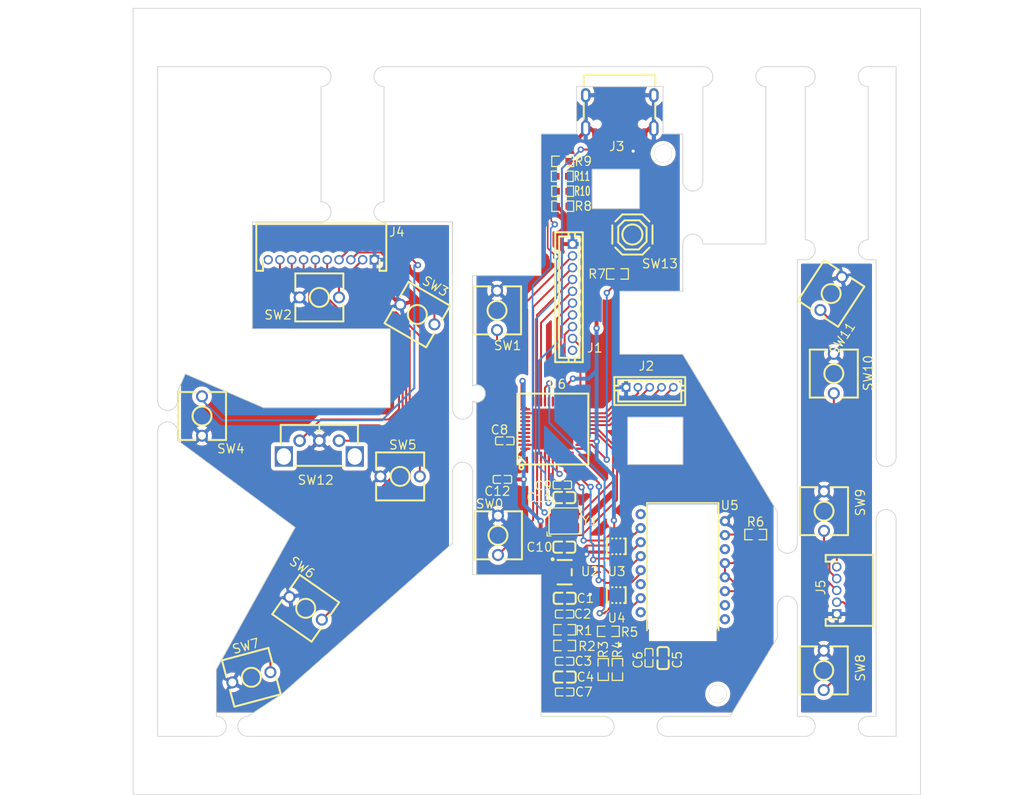
<source format=kicad_pcb>
(kicad_pcb (version 20221018) (generator pcbnew)
  (layers (0 "F.Cu" signal) (31 "B.Cu" signal) (34 "B.Paste" user) (35 "F.Paste" user) (36 "B.SilkS" user "B.Silkscreen") (37 "F.SilkS" user "F.Silkscreen") (38 "B.Mask" user) (39 "F.Mask" user) (44 "Edge.Cuts" user))
  (net 0 "")
  (net 1 "GND")
  (net 2 "RE0B")
  (net 3 "RE0A")
  (net 4 "NCS")
  (net 5 "MOSI")
  (net 6 "MISO")
  (net 7 "SCLK")
  (net 8 "VCC")
  (net 9 "RESET")
  (net 10 "Net-(U2-FB)")
  (net 11 "Net-(U2-OUT)")
  (net 12 "NCS1.9V")
  (net 13 "SCLK1.9V")
  (net 14 "MISO1.9V")
  (net 15 "MOSI1.9V")
  (net 16 "Net-(U5-VDDPIX)")
  (net 17 "Net-(U5-~{RESET})")
  (net 19 "Net-(U5-LED_P)")
  (net 20 "SW8")
  (net 21 "SW6")
  (net 22 "SW5")
  (net 23 "SW7")
  (net 24 "SW4")
  (net 25 "SW3")
  (net 26 "SW2")
  (net 27 "SW1")
  (net 28 "SW0")
  (net 29 "SW9")
  (net 30 "SW10")
  (net 31 "SW11")
  (net 32 "D-")
  (net 33 "D+")
  (net 34 "Net-(J3-CC1)")
  (net 35 "Net-(J3-CC2)")
  (net 36 "Net-(U6-XTAL1)")
  (net 37 "Net-(U6-XTAL2)")
  (net 38 "Net-(U6-AREF)")
  (net 39 "Net-(U6-UCAP)")
  (net 40 "VBUS")
  (net 49 "SW3_F")
  (net 50 "SW2_F")
  (net 51 "SW7_F")
  (net 52 "SW11_B")
  (net 53 "SW4_F")
  (net 54 "SW5_F")
  (net 55 "SW6_F")
  (net 56 "SW8_B")
  (net 57 "SW9_B")
  (net 58 "SW10_B")
  (net 59 "RE0A_F")
  (net 60 "RE0B_F")
  (net 66 "Net-(J3-D--Pad5)")
  (net 67 "Net-(J3-D+-Pad6)")
  (footprint "0:C0402" (layer "F.Cu") (at 121.388 107.6)
    (fp_text reference "C9")
    (fp_text value "1uF" hide)
  )
  (footprint "0:tooling hole for JLCPCB" (layer "F.Cu") (at 68.905 144.94)
    (fp_text reference "REF**" hide)
    (fp_text value "tooling hole for JLCPCB" hide)
  )
  (footprint "0:TPS73601DBVR C59200" (layer "F.Cu") (at 121.683 118.69 180)
    (fp_text reference "U2")
    (fp_text value "TPS73601DBV" hide)
  )
  (footprint "0:mouse bites" (layer "F.Cu") (at 133.183 139.54 180)
    (fp_text reference "REF**" hide)
    (fp_text value "mouse bites" hide)
  )
  (footprint "0:C0603" (layer "F.Cu") (at 134.183 129.6 -90)
    (fp_text reference "C5")
    (fp_text value "10uF" hide)
  )
  (footprint "0:SW-TH_L6.2-W6.2-P5.00" (layer "F.Cu") (at 155.854 93.455 -90)
    (fp_text reference "SW10")
    (fp_text value "SW_PUSH" hide)
  )
  (footprint "0:mouse bites_single" (layer "F.Cu") (at 67.565 137.3)
    (fp_text reference "REF**" hide)
    (fp_text value "mouse bites_single" hide)
  )
  (footprint "0:C0402" (layer "F.Cu") (at 114.083 102 180)
    (fp_text reference "C8")
    (fp_text value "0.1uF" hide)
  )
  (footprint "0:mouse bites_single" (layer "F.Cu") (at 165.313 56.7)
    (fp_text reference "REF**" hide)
    (fp_text value "mouse bites_single" hide)
  )
  (footprint "0:CONN-TH_S5B-ZR-LF-SN" (layer "F.Cu") (at 156.223 121 90)
    (fp_text reference "J5")
    (fp_text value "Conn_01x05_Pin" hide)
  )
  (footprint "0:R0603" (layer "F.Cu") (at 128.383 131.047 -90)
    (fp_text reference "R4")
    (fp_text value "10k" hide)
  )
  (footprint "0:R0603" (layer "F.Cu") (at 121.383 68.39)
    (fp_text reference "R11")
    (fp_text value "22" hide)
  )
  (footprint "0:mouse bites_single" (layer "F.Cu") (at 69.345 56.7)
    (fp_text reference "REF**" hide)
    (fp_text value "mouse bites_single" hide)
  )
  (footprint "0:SW-TH_L6.2-W6.2-P5.00" (layer "F.Cu") (at 102.983 85.952 -30)
    (fp_text reference "SW3")
    (fp_text value "SW_PUSH" hide)
  )
  (footprint "0:mouse bites" (layer "F.Cu") (at 158.723 57 180)
    (fp_text reference "REF**" hide)
    (fp_text value "mouse bites" hide)
  )
  (footprint "0:SW-TH_L6.2-W6.2-P5.00" (layer "F.Cu") (at 154.577 131.161 -90)
    (fp_text reference "SW8")
    (fp_text value "SW_PUSH" hide)
  )
  (footprint "0:C0402" (layer "F.Cu") (at 121.683 130 180)
    (fp_text reference "C3")
    (fp_text value "0.1uF" hide)
  )
  (footprint "0:hole 2.2mm" (layer "F.Cu") (at 141.116 134.163)
    (fp_text reference "REF**" hide)
    (fp_text value "hole 2.2mm" hide)
  )
  (footprint "0:R0603" (layer "F.Cu") (at 121.43 66.49)
    (fp_text reference "R9")
    (fp_text value "5.1k" hide)
  )
  (footprint "0:R0603" (layer "F.Cu") (at 121.683 128 180)
    (fp_text reference "R2")
    (fp_text value "63.4k" hide)
  )
  (footprint "PMW3360DM-T2QU:PMW3360" (layer "F.Cu") (at 136.683 117.985 180)
    (fp_text reference "U5")
    (fp_text value "PMW3360DM-T2QU" hide)
    (fp_line (start -4.3 -9.4555) (end 4.3 -9.4555) (stroke (width 0.01)) (layer "Edge.Cuts"))
    (fp_line (start -4.3 7.8045) (end -4.3 -9.4555) (stroke (width 0.01)) (layer "Edge.Cuts"))
    (fp_line (start 4.3 -9.4555) (end 4.3 7.8045) (stroke (width 0.01)) (layer "Edge.Cuts"))
    (fp_line (start 4.3 7.8045) (end -4.3 7.8045) (stroke (width 0.01)) (layer "Edge.Cuts"))
  )
  (footprint "0:mouse bites_single" (layer "F.Cu") (at 164.423 56.7)
    (fp_text reference "REF**" hide)
    (fp_text value "mouse bites_single" hide)
  )
  (footprint "0:R0603" (layer "F.Cu") (at 127.233 126.2 180)
    (fp_text reference "R5")
    (fp_text value "39" hide)
  )
  (footprint "0:mouse bites_single" (layer "F.Cu") (at 166.203 56.7)
    (fp_text reference "REF**" hide)
    (fp_text value "mouse bites_single" hide)
  )
  (footprint "0:tooling hole for JLCPCB" (layer "F.Cu") (at 164.863 49.06)
    (fp_text reference "REF**" hide)
    (fp_text value "tooling hole for JLCPCB" hide)
  )
  (footprint "0:C0603" (layer "F.Cu") (at 121.633 115.5 180)
    (fp_text reference "C10")
    (fp_text value "22p" hide)
  )
  (footprint "0:mouse bites_4mm" (layer "F.Cu") (at 71.275 98.846 90)
    (fp_text reference "REF**" hide)
    (fp_text value "mouse bites_4mm" hide)
  )
  (footprint "0:SW-TH_L6.2-W6.2-P5.00" (layer "F.Cu") (at 154.611 110.931 -90)
    (fp_text reference "SW9")
    (fp_text value "SW_PUSH" hide)
  )
  (footprint "0:hole 2.2mm" (layer "F.Cu") (at 134.183 65.5)
    (fp_text reference "REF**" hide)
    (fp_text value "hole 2.2mm" hide)
  )
  (footprint "0:SW-TH_CEN971112R02" (layer "F.Cu") (at 90.54 102.982 180)
    (fp_text reference "SW12")
    (fp_text value "RotaryEncoder" hide)
  )
  (footprint "0:SW-TH_L6.2-W6.2-P5.00" (layer "F.Cu") (at 88.809 123.275 -35)
    (fp_text reference "SW6")
    (fp_text value "SW_PUSH" hide)
  )
  (footprint "0:R0603" (layer "F.Cu") (at 145.933 113.9 180)
    (fp_text reference "R6")
    (fp_text value "10k" hide)
  )
  (footprint "0:R0603" (layer "F.Cu") (at 121.43 70.29)
    (fp_text reference "R10")
    (fp_text value "22" hide)
  )
  (footprint "0:mouse bites_single" (layer "F.Cu") (at 67.565 56.7)
    (fp_text reference "REF**" hide)
    (fp_text value "mouse bites_single" hide)
  )
  (footprint "0:SW-SMD_4P-L5.1-W5.1-P3.70-LS6.5-TL-2" (layer "F.Cu") (at 130.283 75.79)
    (fp_text reference "SW13")
    (fp_text value "SW_RESET" hide)
  )
  (footprint "0:C0402" (layer "F.Cu") (at 121.683 133.9 180)
    (fp_text reference "C7")
    (fp_text value "0.1uF" hide)
  )
  (footprint "0:SW-TH_L6.2-W6.2-P5.00" (layer "F.Cu") (at 81.912 132.038 15)
    (fp_text reference "SW7")
    (fp_text value "SW_PUSH" hide)
  )
  (footprint "0:mouse bites_4mm" (layer "F.Cu") (at 79.48 138.27)
    (fp_text reference "REF**" hide)
    (fp_text value "mouse bites_4mm" hide)
  )
  (footprint "0:mouse bites" (layer "F.Cu") (at 107.46 104.48 90)
    (fp_text reference "REF**" hide)
    (fp_text value "mouse bites" hide)
  )
  (footprint "0:SW-TH_L6.2-W6.2-P5.00" (layer "F.Cu") (at 113.217 114 -90)
    (fp_text reference "SW0")
    (fp_text value "SW_PUSH" hide)
  )
  (footprint "0:mouse bites" (layer "F.Cu") (at 97.25 74.182 180)
    (fp_text reference "REF**" hide)
    (fp_text value "mouse bites" hide)
  )
  (footprint "0:TXS0102DCUR C53434" (layer "F.Cu") (at 128.233 115.4)
    (fp_text reference "U3")
    (fp_text value "TXS0102DCU" hide)
  )
  (footprint "0:CONN-TH_5P-P1.50_B5B-ZR-LF-SN" (layer "F.Cu") (at 132.483 95.2)
    (fp_text reference "J2")
    (fp_text value "Conn_01x05_Pin" hide)
  )
  (footprint "0:ATMEGA32U4-MU VQFN-44_L7.0-W7.0-P0.50-BL-EP5.2" (layer "F.Cu") (at 120.183 100.5)
    (fp_text reference "U6")
    (fp_text value "ATmega32U4-M" hide)
  )
  (footprint "0:mouse bites_single" (layer "F.Cu") (at 165.309 137.3)
    (fp_text reference "REF**" hide)
    (fp_text value "mouse bites_single" hide)
  )
  (footprint "0:mouse bites" (layer "F.Cu") (at 97.25 57 180)
    (fp_text reference "REF**" hide)
    (fp_text value "mouse bites" hide)
  )
  (footprint "0:C0603" (layer "F.Cu") (at 121.683 132 180)
    (fp_text reference "C4")
    (fp_text value "10uF" hide)
  )
  (footprint "0:Crystals ROHS 16MHz OSC-SMD_4P-L3.2-W2.5-BL" (layer "F.Cu") (at 121.733 112.175)
    (fp_text reference "Y1")
    (fp_text value "16MHz" hide)
  )
  (footprint "0:mouse bites" (layer "F.Cu") (at 158.723 79 180)
    (fp_text reference "REF**" hide)
    (fp_text value "mouse bites" hide)
  )
  (footprint "0:mouse bites" (layer "F.Cu") (at 161.223 110.5 90)
    (fp_text reference "REF**" hide)
    (fp_text value "mouse bites" hide)
  )
  (footprint "0:C0603" (layer "F.Cu") (at 121.683 122 180)
    (fp_text reference "C1")
    (fp_text value "10uF" hide)
  )
  (footprint "0:mouse bites_single" (layer "F.Cu") (at 68.455 56.7)
    (fp_text reference "REF**" hide)
    (fp_text value "mouse bites_single" hide)
  )
  (footprint "0:R0603" (layer "F.Cu") (at 121.436 72.19)
    (fp_text reference "R8")
    (fp_text value "5.1k" hide)
  )
  (footprint "0:mouse bites_single" (layer "F.Cu") (at 164.419 137.3)
    (fp_text reference "REF**" hide)
    (fp_text value "mouse bites_single" hide)
  )
  (footprint "0:mouse bites" (layer "F.Cu") (at 145.723 57 180)
    (fp_text reference "REF**" hide)
    (fp_text value "mouse bites" hide)
  )
  (footprint "0:USB-C-SMD_TYPE-C-6PIN-2MD-073" (layer "F.Cu") (at 128.683 60.475 180)
    (fp_text reference "J3")
    (fp_text value "USB_C_Receptacle_USB2.0" hide)
  )
  (footprint "0:SW-TH_L6.2-W6.2-P5.00" (layer "F.Cu") (at 113.1 85.428 -90)
    (fp_text reference "SW1")
    (fp_text value "SW_PUSH" hide)
  )
  (footprint "0:CONN-TH_S10B-ZR-LF-SN" (layer "F.Cu") (at 94.54 79 180)
    (fp_text reference "J4")
    (fp_text value "Conn_01x10_Pin" hide)
  )
  (footprint "0:mouse bites" (layer "F.Cu") (at 148.683 121.5 90)
    (fp_text reference "REF**" hide)
    (fp_text value "mouse bites" hide)
  )
  (footprint "0:mouse bites" (layer "F.Cu") (at 158.723 139.54 180)
    (fp_text reference "REF**" hide)
    (fp_text value "mouse bites" hide)
  )
  (footprint "0:mouse bites_single" (layer "F.Cu") (at 69.345 137.3)
    (fp_text reference "REF**" hide)
    (fp_text value "mouse bites_single" hide)
  )
  (footprint "0:SW-TH_L6.2-W6.2-P5.00" (layer "F.Cu") (at 100.797 106.519)
    (fp_text reference "SW5")
    (fp_text value "SW_PUSH" hide)
  )
  (footprint "0:mouse bites" (layer "F.Cu") (at 136.683 75.5 90)
    (fp_text reference "REF**" hide)
    (fp_text value "mouse bites" hide)
  )
  (footprint "0:C0402" (layer "F.Cu") (at 132.383 129.555 -90)
    (fp_text reference "C6")
    (fp_text value "0.1uF" hide)
  )
  (footprint "0:C0402" (layer "F.Cu") (at 121.683 124 180)
    (fp_text reference "C2")
    (fp_text value "0.1uF" hide)
  )
  (footprint "0:mouse bites_single" (layer "F.Cu") (at 166.199 137.3)
    (fp_text reference "REF**" hide)
    (fp_text value "mouse bites_single" hide)
  )
  (footprint "0:SW-TH_L6.2-W6.2-P5.00" (layer "F.Cu") (at 155.513 83.29 -123.125)
    (fp_text reference "SW11")
    (fp_text value "SW_PUSH" hide)
  )
  (footprint "0:R0603" (layer "F.Cu") (at 126.583 131.047 -90)
    (fp_text reference "R3")
    (fp_text value "10k" hide)
  )
  (footprint "0:CONN-TH_B10B-ZR-LF-SN" (layer "F.Cu") (at 122.683 83.75 90)
    (fp_text reference "J1")
    (fp_text value "Conn_01x10_Pin" hide)
  )
  (footprint "0:TXS0102DCUR C53434" (layer "F.Cu") (at 128.233 121.6)
    (fp_text reference "U4")
    (fp_text value "TXS0102DCU" hide)
  )
  (footprint "0:C0603" (layer "F.Cu") (at 121.633 109.2 180)
    (fp_text reference "C11")
    (fp_text value "22p" hide)
  )
  (footprint "0:mouse bites_single" (layer "F.Cu") (at 68.455 137.3)
    (fp_text reference "REF**" hide)
    (fp_text value "mouse bites_single" hide)
  )
  (footprint "0:R0603" (layer "F.Cu") (at 128.386 80.8 180)
    (fp_text reference "R7")
    (fp_text value "10k" hide)
  )
  (footprint "0:R0603" (layer "F.Cu") (at 121.683 126 180)
    (fp_text reference "R1")
    (fp_text value "37.4k" hide)
  )
  (footprint "0:SW-TH_L6.2-W6.2-P5.00" (layer "F.Cu") (at 90.54 83.782)
    (fp_text reference "SW2")
    (fp_text value "SW_PUSH" hide)
  )
  (footprint "0:C0402" (layer "F.Cu") (at 113.783 106.9 180)
    (fp_text reference "C12")
    (fp_text value "0.1uF" hide)
  )
  (footprint "0:SW-TH_L6.2-W6.2-P5.00" (layer "F.Cu") (at 75.645 98.846 90)
    (fp_text reference "SW4")
    (fp_text value "SW_PUSH" hide)
  )
  (gr_line (start 123.183 57) (end 134.183 57) (stroke (width 0.1)) (layer "Edge.Cuts"))
  (gr_line (start 125.183 72.5) (end 125.183 67.5) (stroke (width 0.1)) (layer "Edge.Cuts"))
  (gr_line (start 151.223 137) (end 151.223 123) (stroke (width 0.1)) (layer "Edge.Cuts"))
  (gr_line (start 107.46 74.182) (end 107.46 97.98) (stroke (width 0.1)) (layer "Edge.Cuts"))
  (gr_line (start 99.54 87.782) (end 99.54 97.782) (stroke (width 0.1)) (layer "Edge.Cuts"))
  (gr_line (start 128.683 91) (end 136.683 91) (stroke (width 0.1)) (layer "Edge.Cuts"))
  (gr_line (start 131.183 67.5) (end 131.183 72.5) (stroke (width 0.1)) (layer "Edge.Cuts"))
  (gr_arc (start 136.683 77) (mid 137.953 75.73) (end 139.223 77) (stroke (width 0.1)) (layer "Edge.Cuts"))
  (gr_line (start 72.545 101.946) (end 72.545 100.866) (stroke (width 0.1)) (layer "Edge.Cuts"))
  (gr_arc (start 151.223 115) (mid 149.953 116.27) (end 148.683 115) (stroke (width 0.1)) (layer "Edge.Cuts"))
  (gr_line (start 151.223 79) (end 152.223 79) (stroke (width 0.1)) (layer "Edge.Cuts"))
  (gr_line (start 148.683 111) (end 148.683 115) (stroke (width 0.1)) (layer "Edge.Cuts"))
  (gr_line (start 136.683 83) (end 128.683 83) (stroke (width 0.1)) (layer "Edge.Cuts"))
  (gr_arc (start 110 95.020001) (mid 111.600181 96) (end 110 96.979999) (stroke (width 0.1)) (layer "Edge.Cuts"))
  (gr_line (start 73.518 93.49) (end 72.545 95.746) (stroke (width 0.1)) (layer "Edge.Cuts"))
  (gr_line (start 125.183 72.5) (end 131.183 72.5) (stroke (width 0.1)) (layer "Edge.Cuts"))
  (gr_arc (start 110 95.020001) (mid 111.600181 96) (end 110 96.979999) (stroke (width 0.1)) (layer "Edge.Cuts"))
  (gr_line (start 123.183 63) (end 123.183 57) (stroke (width 0.1)) (layer "Edge.Cuts"))
  (gr_line (start 148.683 127) (end 148.683 123) (stroke (width 0.1)) (layer "Edge.Cuts"))
  (gr_line (start 139.223 57) (end 139.223 69) (stroke (width 0.1)) (layer "Edge.Cuts"))
  (gr_rect (start 66.905 47.06) (end 166.863 146.94) (stroke (width 0.1)) (fill none) (layer "Edge.Cuts"))
  (gr_line (start 70.005 139.54) (end 70.005 100.866) (stroke (width 0.1)) (layer "Edge.Cuts"))
  (gr_line (start 110 81) (end 110 95.02) (stroke (width 0.1)) (layer "Edge.Cuts"))
  (gr_line (start 118.683 137) (end 118.683 119) (stroke (width 0.1)) (layer "Edge.Cuts"))
  (gr_arc (start 77.46 137) (mid 78.73 138.27) (end 77.46 139.54) (stroke (width 0.1)) (layer "Edge.Cuts"))
  (gr_line (start 129.683 99) (end 136.683 99) (stroke (width 0.1)) (layer "Edge.Cuts"))
  (gr_line (start 72.545 95.746) (end 72.545 96.866) (stroke (width 0.1)) (layer "Edge.Cuts"))
  (gr_line (start 118.683 137) (end 126.683 137) (stroke (width 0.1)) (layer "Edge.Cuts"))
  (gr_arc (start 98.75 57) (mid 97.48 55.73) (end 98.75 54.46) (stroke (width 0.1)) (layer "Edge.Cuts"))
  (gr_arc (start 107.46 105.98) (mid 108.73 104.71) (end 110 105.98) (stroke (width 0.1)) (layer "Edge.Cuts"))
  (gr_arc (start 160.223 57) (mid 158.953 55.73) (end 160.223 54.46) (stroke (width 0.1)) (layer "Edge.Cuts"))
  (gr_line (start 107.46 80.682) (end 107.46 74.182) (stroke (width 0.1)) (layer "Edge.Cuts"))
  (gr_line (start 161.223 137) (end 160.223 137) (stroke (width 0.1)) (layer "Edge.Cuts"))
  (gr_line (start 77.46 131.027) (end 77.46 137) (stroke (width 0.1)) (layer "Edge.Cuts"))
  (gr_arc (start 163.763 104) (mid 162.493 105.27) (end 161.223 104) (stroke (width 0.1)) (layer "Edge.Cuts"))
  (gr_line (start 82.04 80.682) (end 82.04 74.182) (stroke (width 0.1)) (layer "Edge.Cuts"))
  (gr_arc (start 90.75 54.46) (mid 92.02 55.73) (end 90.75 57) (stroke (width 0.1)) (layer "Edge.Cuts"))
  (gr_line (start 160.223 76.46) (end 160.223 57) (stroke (width 0.1)) (layer "Edge.Cuts"))
  (gr_arc (start 147.223 57) (mid 145.953 55.73) (end 147.223 54.46) (stroke (width 0.1)) (layer "Edge.Cuts"))
  (gr_line (start 81.46 139.54) (end 126.683 139.54) (stroke (width 0.1)) (layer "Edge.Cuts"))
  (gr_line (start 70.005 54.46) (end 70.005 96.866) (stroke (width 0.1)) (layer "Edge.Cuts"))
  (gr_line (start 147.223 57) (end 147.223 77) (stroke (width 0.1)) (layer "Edge.Cuts"))
  (gr_arc (start 152.223 137) (mid 153.493 138.27) (end 152.223 139.54) (stroke (width 0.1)) (layer "Edge.Cuts"))
  (gr_line (start 163.763 139.54) (end 160.223 139.54) (stroke (width 0.1)) (layer "Edge.Cuts"))
  (gr_circle (center 134.183 65.5) (end 135.283 65.5) (stroke (width 0.1)) (fill none) (layer "Edge.Cuts"))
  (gr_arc (start 152.223 76.46) (mid 153.493 77.73) (end 152.223 79) (stroke (width 0.1)) (layer "Edge.Cuts"))
  (gr_line (start 107.46 80.682) (end 107.46 74.182) (stroke (width 0.1)) (layer "Edge.Cuts"))
  (gr_line (start 87.46 113) (end 77.46 131.027) (stroke (width 0.1)) (layer "Edge.Cuts"))
  (gr_line (start 136.683 69) (end 136.683 63) (stroke (width 0.1)) (layer "Edge.Cuts"))
  (gr_line (start 85.709 134.23) (end 107.46 115) (stroke (width 0.1)) (layer "Edge.Cuts"))
  (gr_arc (start 90.75 71.642) (mid 92.02 72.912) (end 90.75 74.182) (stroke (width 0.1)) (layer "Edge.Cuts"))
  (gr_line (start 70.005 139.54) (end 77.46 139.54) (stroke (width 0.1)) (layer "Edge.Cuts"))
  (gr_line (start 148.683 127) (end 142.683 137) (stroke (width 0.1)) (layer "Edge.Cuts"))
  (gr_line (start 110 81) (end 110 95.02) (stroke (width 0.1)) (layer "Edge.Cuts"))
  (gr_line (start 110 119) (end 110 105.98) (stroke (width 0.1)) (layer "Edge.Cuts"))
  (gr_line (start 163.763 54.46) (end 160.223 54.46) (stroke (width 0.1)) (layer "Edge.Cuts"))
  (gr_line (start 151.223 137) (end 152.223 137) (stroke (width 0.1)) (layer "Edge.Cuts"))
  (gr_arc (start 161.223 112) (mid 162.493 110.73) (end 163.763 112) (stroke (width 0.1)) (layer "Edge.Cuts"))
  (gr_line (start 82.04 87.782) (end 99.54 87.782) (stroke (width 0.1)) (layer "Edge.Cuts"))
  (gr_arc (start 98.75 74.182) (mid 97.48 72.912) (end 98.75 71.642) (stroke (width 0.1)) (layer "Edge.Cuts"))
  (gr_arc (start 160.223 79) (mid 158.953 77.73) (end 160.223 76.46) (stroke (width 0.1)) (layer "Edge.Cuts"))
  (gr_line (start 139.223 77) (end 147.223 77) (stroke (width 0.1)) (layer "Edge.Cuts"))
  (gr_line (start 98.75 54.46) (end 139.223 54.46) (stroke (width 0.1)) (layer "Edge.Cuts"))
  (gr_line (start 118.683 119) (end 110 119) (stroke (width 0.1)) (layer "Edge.Cuts"))
  (gr_line (start 83.46 97.782) (end 73.518 93.49) (stroke (width 0.1)) (layer "Edge.Cuts"))
  (gr_arc (start 110 97.98) (mid 108.73 99.25) (end 107.46 97.98) (stroke (width 0.1)) (layer "Edge.Cuts"))
  (gr_line (start 147.223 54.46) (end 152.223 54.46) (stroke (width 0.1)) (layer "Edge.Cuts"))
  (gr_arc (start 139.223 54.46) (mid 140.493 55.73) (end 139.223 57) (stroke (width 0.1)) (layer "Edge.Cuts"))
  (gr_line (start 107.46 80.682) (end 107.46 74.182) (stroke (width 0.1)) (layer "Edge.Cuts"))
  (gr_line (start 152.223 57) (end 152.223 76.46) (stroke (width 0.1)) (layer "Edge.Cuts"))
  (gr_line (start 136.683 91) (end 148.683 111) (stroke (width 0.1)) (layer "Edge.Cuts"))
  (gr_line (start 136.683 77) (end 136.683 83) (stroke (width 0.1)) (layer "Edge.Cuts"))
  (gr_line (start 72.545 101.946) (end 87.46 113) (stroke (width 0.1)) (layer "Edge.Cuts"))
  (gr_line (start 107.46 80.682) (end 107.46 74.182) (stroke (width 0.1)) (layer "Edge.Cuts"))
  (gr_arc (start 148.683 123) (mid 149.953 121.73) (end 151.223 123) (stroke (width 0.1)) (layer "Edge.Cuts"))
  (gr_line (start 163.763 139.54) (end 163.763 112) (stroke (width 0.1)) (layer "Edge.Cuts"))
  (gr_circle (center 141.116 134.163) (end 142.216 134.163) (stroke (width 0.1)) (fill none) (layer "Edge.Cuts"))
  (gr_arc (start 139.223 69) (mid 137.953 70.27) (end 136.683 69) (stroke (width 0.1)) (layer "Edge.Cuts"))
  (gr_arc (start 72.545 96.866) (mid 71.275 98.136) (end 70.005 96.866) (stroke (width 0.1)) (layer "Edge.Cuts"))
  (gr_arc (start 81.46 139.54) (mid 80.19 138.27) (end 81.46 137) (stroke (width 0.1)) (layer "Edge.Cuts"))
  (gr_line (start 70.005 54.46) (end 90.75 54.46) (stroke (width 0.1)) (layer "Edge.Cuts"))
  (gr_arc (start 126.683 137) (mid 127.953 138.27) (end 126.683 139.54) (stroke (width 0.1)) (layer "Edge.Cuts"))
  (gr_line (start 118.683 81) (end 118.683 63) (stroke (width 0.1)) (layer "Edge.Cuts"))
  (gr_line (start 134.183 63) (end 136.683 63) (stroke (width 0.1)) (layer "Edge.Cuts"))
  (gr_line (start 107.46 74.182) (end 98.75 74.182) (stroke (width 0.1)) (layer "Edge.Cuts"))
  (gr_line (start 161.223 137) (end 161.223 112) (stroke (width 0.1)) (layer "Edge.Cuts"))
  (gr_line (start 128.683 83) (end 128.683 91) (stroke (width 0.1)) (layer "Edge.Cuts"))
  (gr_line (start 136.683 105) (end 129.683 105) (stroke (width 0.1)) (layer "Edge.Cuts"))
  (gr_arc (start 160.223 139.54) (mid 158.953 138.27) (end 160.223 137) (stroke (width 0.1)) (layer "Edge.Cuts"))
  (gr_arc (start 152.223 54.46) (mid 153.493 55.73) (end 152.223 57) (stroke (width 0.1)) (layer "Edge.Cuts"))
  (gr_line (start 134.183 57) (end 134.183 63) (stroke (width 0.1)) (layer "Edge.Cuts"))
  (gr_line (start 136.683 99) (end 136.683 105) (stroke (width 0.1)) (layer "Edge.Cuts"))
  (gr_line (start 110 81) (end 118.683 81) (stroke (width 0.1)) (layer "Edge.Cuts"))
  (gr_line (start 81.46 137) (end 85.709 134.23) (stroke (width 0.1)) (layer "Edge.Cuts"))
  (gr_line (start 151.223 79) (end 151.223 115) (stroke (width 0.1)) (layer "Edge.Cuts"))
  (gr_line (start 161.223 79) (end 161.223 104) (stroke (width 0.1)) (layer "Edge.Cuts"))
  (gr_line (start 98.75 57) (end 98.75 71.642) (stroke (width 0.1)) (layer "Edge.Cuts"))
  (gr_line (start 161.223 79) (end 160.223 79) (stroke (width 0.1)) (layer "Edge.Cuts"))
  (gr_line (start 90.75 57) (end 90.75 71.642) (stroke (width 0.1)) (layer "Edge.Cuts"))
  (gr_line (start 82.04 74.182) (end 90.75 74.182) (stroke (width 0.1)) (layer "Edge.Cuts"))
  (gr_line (start 163.763 54.46) (end 163.763 104) (stroke (width 0.1)) (layer "Edge.Cuts"))
  (gr_line (start 110 96.98) (end 110 97.98) (stroke (width 0.1)) (layer "Edge.Cuts"))
  (gr_line (start 134.683 139.54) (end 152.223 139.54) (stroke (width 0.1)) (layer "Edge.Cuts"))
  (gr_line (start 107.46 115) (end 107.46 105.98) (stroke (width 0.1)) (layer "Edge.Cuts"))
  (gr_line (start 118.683 63) (end 123.183 63) (stroke (width 0.1)) (layer "Edge.Cuts"))
  (gr_line (start 82.04 80.682) (end 82.04 87.782) (stroke (width 0.1)) (layer "Edge.Cuts"))
  (gr_line (start 99.54 97.782) (end 83.46 97.782) (stroke (width 0.1)) (layer "Edge.Cuts"))
  (gr_line (start 142.683 137) (end 134.683 137) (stroke (width 0.1)) (layer "Edge.Cuts"))
  (gr_line (start 125.183 67.5) (end 131.183 67.5) (stroke (width 0.1)) (layer "Edge.Cuts"))
  (gr_arc (start 70.005 100.866) (mid 71.275 99.596) (end 72.545 100.866) (stroke (width 0.1)) (layer "Edge.Cuts"))
  (gr_line (start 129.683 105) (end 129.683 99) (stroke (width 0.1)) (layer "Edge.Cuts"))
  (gr_arc (start 134.683 139.54) (mid 133.413 138.27) (end 134.683 137) (stroke (width 0.1)) (layer "Edge.Cuts"))
  (segment (start 120.833 111.3) (end 120.633 111.3) (width 0.5) (layer "F.Cu") (net 1))
  (segment (start 97.54 79) (end 97.54 81.424064) (width 0.5) (layer "F.Cu") (net 1))
  (segment (start 119.683 104) (end 119.683 107.95) (width 0.25) (layer "F.Cu") (net 1))
  (segment (start 127.846 116.2) (end 124.633 116.2) (width 0.25) (layer "F.Cu") (net 1))
  (segment (start 124.933 62.3) (end 125.483 62.85) (width 0.5) (layer "F.Cu") (net 1))
  (segment (start 113.908 102.595) (end 113.538 102.225) (width 0.25) (layer "F.Cu") (net 1))
  (segment (start 115.253 102.595) (end 113.908 102.595) (width 0.25) (layer "F.Cu") (net 1))
  (segment (start 97.54 81.424064) (end 100.817936 84.702) (width 0.5) (layer "F.Cu") (net 1))
  (segment (start 124.358 62.625) (end 124.358 62.3) (width 0.5) (layer "F.Cu") (net 1))
  (segment (start 118.183 102.5) (end 120.183 100.5) (width 0.25) (layer "F.Cu") (net 1))
  (segment (start 119.683 107.95) (end 120.933 109.2) (width 0.25) (layer "F.Cu") (net 1))
  (segment (start 119.483 112) (end 120.183 111.3) (width 0.5) (layer "F.Cu") (net 1))
  (segment (start 124.633 116.2) (end 124.433 116.4) (width 0.25) (layer "F.Cu") (net 1))
  (segment (start 120.93 128) (end 120.077 127.147) (width 0.5) (layer "F.Cu") (net 1))
  (segment (start 132.583 130.3) (end 132.383 130.1) (width 0.5) (layer "F.Cu") (net 1))
  (segment (start 120.933 111) (end 120.633 111.3) (width 0.5) (layer "F.Cu") (net 1))
  (segment (start 120.077 125.061) (end 121.138 124) (width 0.5) (layer "F.Cu") (net 1))
  (segment (start 121.933 107.6) (end 121.933 108.075) (width 0.5) (layer "F.Cu") (net 1))
  (segment (start 119.683 101) (end 120.183 100.5) (width 0.25) (layer "F.Cu") (net 1))
  (segment (start 119.683 104) (end 119.683 101) (width 0.25) (layer "F.Cu") (net 1))
  (segment (start 122.833 113) (end 122.433 112.6) (width 0.5) (layer "F.Cu") (net 1))
  (segment (start 121.933 108.075) (end 120.933 109.075) (width 0.5) (layer "F.Cu") (net 1))
  (segment (start 126.946 121.5) (end 127.979 122.533) (width 0.25) (layer "F.Cu") (net 1))
  (segment (start 120.677 66.306) (end 124.358 62.625) (width 0.5) (layer "F.Cu") (net 1))
  (segment (start 127.979 116.333) (end 127.846 116.2) (width 0.25) (layer "F.Cu") (net 1))
  (segment (start 127.979 116.95) (end 127.979 116.333) (width 0.25) (layer "F.Cu") (net 1))
  (segment (start 120.93 128) (end 120.293 128.637) (width 0.5) (layer "F.Cu") (net 1))
  (segment (start 122.133 112.6) (end 120.833 111.3) (width 0.5) (layer "F.Cu") (net 1))
  (segment (start 122.683 74.19) (end 122.683 77) (width 0.5) (layer "F.Cu") (net 1))
  (segment (start 120.677 66.49) (end 120.677 66.306) (width 0.5) (layer "F.Cu") (net 1))
  (segment (start 120.077 127.147) (end 120.077 125.061) (width 0.5) (layer "F.Cu") (net 1))
  (segment (start 115.348 102.5) (end 115.253 102.595) (width 0.25) (layer "F.Cu") (net 1))
  (segment (start 122.833 113.05) (end 122.833 113) (width 0.5) (layer "F.Cu") (net 1))
  (segment (start 120.293 131.31) (end 120.983 132) (width 0.5) (layer "F.Cu") (net 1))
  (segment (start 120.683 72.19) (end 122.683 74.19) (width 0.5) (layer "F.Cu") (net 1))
  (segment (start 134.183 130.3) (end 132.583 130.3) (width 0.5) (layer "F.Cu") (net 1))
  (segment (start 116.683 102.5) (end 118.183 102.5) (width 0.25) (layer "F.Cu") (net 1))
  (segment (start 120.933 115.45) (end 119.483 114) (width 0.5) (layer "F.Cu") (net 1))
  (segment (start 131.883 63.7) (end 130.383 65.2) (width 0.5) (layer "F.Cu") (net 1))
  (segment (start 122.433 112.6) (end 122.133 112.6) (width 0.5) (layer "F.Cu") (net 1))
  (segment (start 120.383 118.69) (end 119.633 118.69) (width 0.5) (layer "F.Cu") (net 1))
  (segment (start 133.008 62.3) (end 132.433 62.3) (width 0.5) (layer "F.Cu") (net 1))
  (segment (start 120.933 109.2) (end 120.933 111) (width 0.5) (layer "F.Cu") (net 1))
  (segment (start 124.358 62.3) (end 124.933 62.3) (width 0.5) (layer "F.Cu") (net 1))
  (segment (start 132.433 62.3) (end 131.883 62.85) (width 0.5) (layer "F.Cu") (net 1))
  (segment (start 118.183 98.5) (end 120.183 100.5) (width 0.25) (layer "F.Cu") (net 1))
  (segment (start 116.683 102.5) (end 115.348 102.5) (width 0.25) (layer "F.Cu") (net 1))
  (segment (start 119.483 114) (end 119.483 112) (width 0.5) (layer "F.Cu") (net 1))
  (segment (start 122.683 98) (end 120.183 100.5) (width 0.25) (layer "F.Cu") (net 1))
  (segment (start 113.538 102.225) (end 113.538 102) (width 0.25) (layer "F.Cu") (net 1))
  (segment (start 124.358 62.7) (end 124.358 62.809) (width 0.5) (layer "F.Cu") (net 1))
  (segment (start 120.933 109.075) (end 120.933 109.2) (width 0.5) (layer "F.Cu") (net 1))
  (segment (start 131.883 62.85) (end 131.883 63.7) (width 0.5) (layer "F.Cu") (net 1))
  (segment (start 124.933 121.5) (end 126.946 121.5) (width 0.25) (layer "F.Cu") (net 1))
  (segment (start 119.233 119.09) (end 119.233 120.25) (width 0.5) (layer "F.Cu") (net 1))
  (segment (start 127.979 122.533) (end 127.979 123.15) (width 0.25) (layer "F.Cu") (net 1))
  (segment (start 123.683 101.5) (end 121.183 101.5) (width 0.25) (layer "F.Cu") (net 1))
  (segment (start 120.183 111.3) (end 120.633 111.3) (width 0.5) (layer "F.Cu") (net 1))
  (segment (start 122.683 97) (end 122.683 98) (width 0.25) (layer "F.Cu") (net 1))
  (segment (start 119.633 118.69) (end 119.233 119.09) (width 0.5) (layer "F.Cu") (net 1))
  (segment (start 116.683 98.5) (end 118.183 98.5) (width 0.25) (layer "F.Cu") (net 1))
  (segment (start 122.783 113.05) (end 122.633 112.9) (width 0.5) (layer "F.Cu") (net 1))
  (segment (start 119.233 120.25) (end 120.983 122) (width 0.5) (layer "F.Cu") (net 1))
  (segment (start 120.933 115.5) (end 120.933 115.45) (width 0.5) (layer "F.Cu") (net 1))
  (segment (start 120.293 128.637) (end 120.293 131.31) (width 0.5) (layer "F.Cu") (net 1))
  (segment (start 121.183 101.5) (end 120.183 100.5) (width 0.25) (layer "F.Cu") (net 1))
  (via (at 130.383 65.2) (size 0.8) (drill 0.4) (layers "F.Cu" "B.Cu") (net 1))
  (via (at 128.733 128) (size 0.8) (drill 0.4) (layers "F.Cu" "B.Cu") (net 1))
  (via (at 124.933 121.5) (size 0.8) (drill 0.4) (layers "F.Cu" "B.Cu") (net 1))
  (via (at 124.433 116.4) (size 0.8) (drill 0.4) (layers "F.Cu" "B.Cu") (net 1))
  (segment (start 123.683 90) (end 123.683 98) (width 0.25) (layer "F.Cu") (net 2))
  (segment (start 122.683 89) (end 123.683 90) (width 0.25) (layer "F.Cu") (net 2))
  (segment (start 121.683 88.5) (end 121.683 97) (width 0.25) (layer "F.Cu") (net 3))
  (segment (start 122.683 87.5) (end 121.683 88.5) (width 0.25) (layer "F.Cu") (net 3))
  (segment (start 126.721 123.9) (end 127.471 123.15) (width 0.25) (layer "F.Cu") (net 4))
  (segment (start 119.183 97) (end 119.183 95.25) (width 0.25) (layer "F.Cu") (net 4))
  (segment (start 126.133 123.9) (end 126.721 123.9) (width 0.25) (layer "F.Cu") (net 4))
  (segment (start 119.183 95.25) (end 119.733 94.7) (width 0.25) (layer "F.Cu") (net 4))
  (via (at 119.733 94.7) (size 0.8) (drill 0.4) (layers "F.Cu" "B.Cu") (net 4))
  (via (at 126.133 123.9) (size 0.8) (drill 0.4) (layers "F.Cu" "B.Cu") (net 4))
  (segment (start 126.733 123.3) (end 126.733 108.125305) (width 0.25) (layer "B.Cu") (net 4))
  (segment (start 126.133 123.9) (end 126.733 123.3) (width 0.25) (layer "B.Cu") (net 4))
  (segment (start 126.758 108.100305) (end 126.758 106.725) (width 0.25) (layer "B.Cu") (net 4))
  (segment (start 126.733 108.125305) (end 126.758 108.100305) (width 0.25) (layer "B.Cu") (net 4))
  (segment (start 119.733 99.7) (end 119.733 94.7) (width 0.25) (layer "B.Cu") (net 4))
  (segment (start 126.758 106.725) (end 119.733 99.7) (width 0.25) (layer "B.Cu") (net 4))
  (segment (start 124.970701 107.837701) (end 124.796006 107.837701) (width 0.25) (layer "F.Cu") (net 5))
  (segment (start 122.183 105.224695) (end 122.183 104) (width 0.25) (layer "F.Cu") (net 5))
  (segment (start 125.4585 116.95) (end 127.437 116.95) (width 0.25) (layer "F.Cu") (net 5))
  (segment (start 125.3085 117.1) (end 125.4585 116.95) (width 0.25) (layer "F.Cu") (net 5))
  (segment (start 124.796006 107.837701) (end 122.183 105.224695) (width 0.25) (layer "F.Cu") (net 5))
  (via (at 125.3085 117.1) (size 0.8) (drill 0.4) (layers "F.Cu" "B.Cu") (net 5))
  (via (at 124.970701 107.837701) (size 0.8) (drill 0.4) (layers "F.Cu" "B.Cu") (net 5))
  (segment (start 125.3085 117.1) (end 125.3085 115.141832) (width 0.25) (layer "B.Cu") (net 5))
  (segment (start 124.970701 114.804033) (end 124.970701 107.837701) (width 0.25) (layer "B.Cu") (net 5))
  (segment (start 125.3085 115.141832) (end 124.970701 114.804033) (width 0.25) (layer "B.Cu") (net 5))
  (segment (start 126.533 119.7) (end 126.883 120.05) (width 0.25) (layer "F.Cu") (net 6))
  (segment (start 126.033 107.35) (end 122.683 104) (width 0.25) (layer "F.Cu") (net 6))
  (segment (start 126.033 107.8) (end 126.033 107.35) (width 0.25) (layer "F.Cu") (net 6))
  (segment (start 126.0085 119.7) (end 126.533 119.7) (width 0.25) (layer "F.Cu") (net 6))
  (segment (start 126.883 120.05) (end 127.471 120.05) (width 0.25) (layer "F.Cu") (net 6))
  (via (at 126.0085 119.7) (size 0.8) (drill 0.4) (layers "F.Cu" "B.Cu") (net 6))
  (via (at 126.033 107.8) (size 0.8) (drill 0.4) (layers "F.Cu" "B.Cu") (net 6))
  (segment (start 126.0085 119.7) (end 126.033 119.6755) (width 0.25) (layer "B.Cu") (net 6))
  (segment (start 126.033 119.6755) (end 126.033 107.8) (width 0.25) (layer "B.Cu") (net 6))
  (segment (start 127.437 113.884) (end 127.437 113.85) (width 0.25) (layer "F.Cu") (net 7))
  (segment (start 126.658678 114.662322) (end 127.437 113.884) (width 0.25) (layer "F.Cu") (net 7))
  (segment (start 124.087107 114.662322) (end 126.658678 114.662322) (width 0.25) (layer "F.Cu") (net 7))
  (segment (start 121.683 105.749294) (end 121.683 104) (width 0.25) (layer "F.Cu") (net 7))
  (segment (start 123.833353 107.899647) (end 121.683 105.749294) (width 0.25) (layer "F.Cu") (net 7))
  (via (at 124.087107 114.662322) (size 0.8) (drill 0.4) (layers "F.Cu" "B.Cu") (net 7))
  (via (at 123.833353 107.899647) (size 0.8) (drill 0.4) (layers "F.Cu" "B.Cu") (net 7))
  (segment (start 124.033 114.608215) (end 124.033 108.099294) (width 0.25) (layer "B.Cu") (net 7))
  (segment (start 124.087107 114.662322) (end 124.033 114.608215) (width 0.25) (layer "B.Cu") (net 7))
  (segment (start 124.033 108.099294) (end 123.833353 107.899647) (width 0.25) (layer "B.Cu") (net 7))
  (segment (start 114.328 106.9) (end 114.328 105.455) (width 0.5) (layer "F.Cu") (net 8))
  (segment (start 127.979 113.85) (end 127.979 114.467) (width 0.25) (layer "F.Cu") (net 8))
  (segment (start 123.793 117.1) (end 122.674734 117.1) (width 0.25) (layer "F.Cu") (net 8))
  (segment (start 127.979 119.433) (end 126.446 117.9) (width 0.25) (layer "F.Cu") (net 8))
  (segment (start 125.733 87.7) (end 125.733 82.7) (width 0.5) (layer "F.Cu") (net 8))
  (segment (start 116.333 94.4) (end 116.333 97.65) (width 0.5) (layer "F.Cu") (net 8))
  (segment (start 124.593 117.9) (end 123.793 117.1) (width 0.25) (layer "F.Cu") (net 8))
  (segment (start 122.383 122) (end 122.383 123.845) (width 0.5) (layer "F.Cu") (net 8))
  (segment (start 122.674734 117.1) (end 121.023 117.1) (width 0.25) (layer "F.Cu") (net 8))
  (segment (start 123.683 102) (end 125.657598 102) (width 0.25) (layer "F.Cu") (net 8))
  (segment (start 118.183 111.75) (end 118.633 112.2) (width 0.25) (layer "F.Cu") (net 8))
  (segment (start 121.733 119.29) (end 121.383 119.64) (width 0.5) (layer "F.Cu") (net 8))
  (segment (start 121.733 118.2) (end 121.733 119.29) (width 0.5) (layer "F.Cu") (net 8))
  (segment (start 114.328 105.455) (end 116.683 103.1) (width 0.5) (layer "F.Cu") (net 8))
  (segment (start 118.633 112.2) (end 118.633 115.99) (width 0.5) (layer "F.Cu") (net 8))
  (segment (start 127.979 113.85) (end 127.979 112.146) (width 0.25) (layer "F.Cu") (net 8))
  (segment (start 121.273 117.74) (end 121.733 118.2) (width 0.5) (layer "F.Cu") (net 8))
  (segment (start 124.474734 115.3) (end 122.674734 117.1) (width 0.25) (layer "F.Cu") (net 8))
  (segment (start 122.183 97) (end 122.183 94.65) (width 0.25) (layer "F.Cu") (net 8))
  (segment (start 122.183 94.65) (end 122.733 94.1) (width 0.25) (layer "F.Cu") (net 8))
  (segment (start 116.333 97.65) (end 116.583 97.9) (width 0.5) (layer "F.Cu") (net 8))
  (segment (start 122.383 121.64) (end 120.383 119.64) (width 0.5) (layer "F.Cu") (net 8))
  (segment (start 126.446 117.9) (end 124.593 117.9) (width 0.25) (layer "F.Cu") (net 8))
  (segment (start 120.383 117.74) (end 121.273 117.74) (width 0.5) (layer "F.Cu") (net 8))
  (segment (start 127.146 115.3) (end 124.474734 115.3) (width 0.25) (layer "F.Cu") (net 8))
  (segment (start 118.183 104) (end 118.183 111.75) (width 0.25) (layer "F.Cu") (net 8))
  (segment (start 121.023 117.1) (end 120.383 117.74) (width 0.25) (layer "F.Cu") (net 8))
  (segment (start 116.583 97.9) (end 116.683 97.9) (width 0.5) (layer "F.Cu") (net 8))
  (segment (start 127.979 112.146) (end 127.933 112.1) (width 0.25) (layer "F.Cu") (net 8))
  (segment (start 125.657598 102) (end 125.745299 102.087701) (width 0.25) (layer "F.Cu") (net 8))
  (segment (start 121.383 119.64) (end 120.383 119.64) (width 0.5) (layer "F.Cu") (net 8))
  (segment (start 116.483 106.9) (end 114.328 106.9) (width 0.5) (layer "F.Cu") (net 8))
  (segment (start 122.383 123.845) (end 122.228 124) (width 0.5) (layer "F.Cu") (net 8))
  (segment (start 122.383 122) (end 122.383 121.64) (width 0.5) (layer "F.Cu") (net 8))
  (segment (start 127.979 114.467) (end 127.146 115.3) (width 0.25) (layer "F.Cu") (net 8))
  (segment (start 125.733 82.7) (end 127.633 80.8) (width 0.5) (layer "F.Cu") (net 8))
  (segment (start 127.979 120.05) (end 127.979 119.433) (width 0.25) (layer "F.Cu") (net 8))
  (segment (start 118.633 115.99) (end 120.383 117.74) (width 0.5) (layer "F.Cu") (net 8))
  (via (at 116.483 106.9) (size 0.8) (drill 0.4) (layers "F.Cu" "B.Cu") (net 8))
  (via (at 125.733 87.7) (size 0.8) (drill 0.4) (layers "F.Cu" "B.Cu") (net 8))
  (via (at 116.333 94.4) (size 0.8) (drill 0.4) (layers "F.Cu" "B.Cu") (net 8))
  (via (at 118.633 112.2) (size 0.8) (drill 0.4) (layers "F.Cu" "B.Cu") (net 8))
  (via (at 122.733 94.1) (size 0.8) (drill 0.4) (layers "F.Cu" "B.Cu") (net 8))
  (via (at 127.933 112.1) (size 0.8) (drill 0.4) (layers "F.Cu" "B.Cu") (net 8))
  (via (at 125.745299 102.087701) (size 0.8) (drill 0.4) (layers "F.Cu" "B.Cu") (net 8))
  (segment (start 125.745299 102.087701) (end 125.745299 99.686994) (width 0.5) (layer "B.Cu") (net 8))
  (segment (start 127.933 106.51) (end 127.933 112.1) (width 0.5) (layer "B.Cu") (net 8))
  (segment (start 116.483 94.55) (end 116.333 94.4) (width 0.5) (layer "B.Cu") (net 8))
  (segment (start 116.483 110.05) (end 118.633 112.2) (width 0.5) (layer "B.Cu") (net 8))
  (segment (start 124.733 94.1) (end 125.733 93.1) (width 0.5) (layer "B.Cu") (net 8))
  (segment (start 125.733 99.674695) (end 125.733 93.1) (width 0.5) (layer "B.Cu") (net 8))
  (segment (start 116.483 106.9) (end 116.483 110.05) (width 0.5) (layer "B.Cu") (net 8))
  (segment (start 125.733 93.1) (end 125.733 87.7) (width 0.5) (layer "B.Cu") (net 8))
  (segment (start 125.745299 102.087701) (end 125.745299 104.322299) (width 0.5) (layer "B.Cu") (net 8))
  (segment (start 116.483 106.9) (end 116.483 94.55) (width 0.5) (layer "B.Cu") (net 8))
  (segment (start 125.745299 104.322299) (end 127.933 106.51) (width 0.5) (layer "B.Cu") (net 8))
  (segment (start 125.745299 99.686994) (end 125.733 99.674695) (width 0.5) (layer "B.Cu") (net 8))
  (segment (start 122.733 94.1) (end 124.733 94.1) (width 0.5) (layer "B.Cu") (net 8))
  (segment (start 129.139 79.796) (end 126.983 77.64) (width 0.25) (layer "F.Cu") (net 9))
  (segment (start 127.033 83.2) (end 129.139 81.094) (width 0.25) (layer "F.Cu") (net 9))
  (segment (start 129.139 81.094) (end 129.139 80.8) (width 0.25) (layer "F.Cu") (net 9))
  (segment (start 129.139 80.8) (end 129.139 79.796) (width 0.25) (layer "F.Cu") (net 9))
  (segment (start 123.683 102.5) (end 125.133 102.5) (width 0.25) (layer "F.Cu") (net 9))
  (segment (start 125.133 102.5) (end 127.033 104.4) (width 0.25) (layer "F.Cu") (net 9))
  (via (at 127.033 104.4) (size 0.8) (drill 0.4) (layers "F.Cu" "B.Cu") (net 9))
  (via (at 127.033 83.2) (size 0.8) (drill 0.4) (layers "F.Cu" "B.Cu") (net 9))
  (segment (start 127.033 104.4) (end 127.033 83.2) (width 0.25) (layer "B.Cu") (net 9))
  (segment (start 121.138 129.298) (end 121.138 130) (width 0.25) (layer "F.Cu") (net 10))
  (segment (start 121.687 125.243) (end 120.93 126) (width 0.25) (layer "F.Cu") (net 10))
  (segment (start 123.108 124.325) (end 122.19 125.243) (width 0.25) (layer "F.Cu") (net 10))
  (segment (start 123.108 119.765) (end 123.108 124.325) (width 0.25) (layer "F.Cu") (net 10))
  (segment (start 122.19 125.243) (end 121.687 125.243) (width 0.25) (layer "F.Cu") (net 10))
  (segment (start 122.436 128) (end 121.138 129.298) (width 0.25) (layer "F.Cu") (net 10))
  (segment (start 120.93 126) (end 120.93 126.494) (width 0.25) (layer "F.Cu") (net 10))
  (segment (start 122.983 119.64) (end 123.108 119.765) (width 0.25) (layer "F.Cu") (net 10))
  (segment (start 120.93 126.494) (end 122.436 128) (width 0.25) (layer "F.Cu") (net 10))
  (segment (start 122.636 126.2) (end 122.436 126) (width 0.25) (layer "F.Cu") (net 11))
  (segment (start 126.583 130.294) (end 128.383 130.294) (width 0.25) (layer "F.Cu") (net 11))
  (segment (start 128.487 123.15) (end 128.487 123.767) (width 0.25) (layer "F.Cu") (net 11))
  (segment (start 126.289 130) (end 126.583 130.294) (width 0.25) (layer "F.Cu") (net 11))
  (segment (start 142.033 117.54) (end 142.033 119.32) (width 0.25) (layer "F.Cu") (net 11))
  (segment (start 144.983 121.8) (end 142.503 119.32) (width 0.25) (layer "F.Cu") (net 11))
  (segment (start 122.228 130) (end 126.289 130) (width 0.25) (layer "F.Cu") (net 11))
  (segment (start 128.487 113.85) (end 128.487 116.95) (width 0.25) (layer "F.Cu") (net 11))
  (segment (start 122.383 132) (end 122.383 133.745) (width 0.25) (layer "F.Cu") (net 11))
  (segment (start 128.487 123.15) (end 128.487 120.05) (width 0.25) (layer "F.Cu") (net 11))
  (segment (start 128.487 116.95) (end 128.487 120.05) (width 0.25) (layer "F.Cu") (net 11))
  (segment (start 126.48 125.774) (end 126.48 126.2) (width 0.25) (layer "F.Cu") (net 11))
  (segment (start 144.983 126.186396) (end 144.983 121.8) (width 0.25) (layer "F.Cu") (net 11))
  (segment (start 142.503 119.32) (end 142.033 119.32) (width 0.25) (layer "F.Cu") (net 11))
  (segment (start 129.114 131.025) (end 140.144396 131.025) (width 0.25) (layer "F.Cu") (net 11))
  (segment (start 123.164 129.064) (end 122.228 130) (width 0.25) (layer "F.Cu") (net 11))
  (segment (start 122.228 131.845) (end 122.383 132) (width 0.25) (layer "F.Cu") (net 11))
  (segment (start 140.144396 131.025) (end 144.983 126.186396) (width 0.25) (layer "F.Cu") (net 11))
  (segment (start 123.833 118.59) (end 123.833 124.603) (width 0.25) (layer "F.Cu") (net 11))
  (segment (start 123.164 126.728) (end 123.164 129.064) (width 0.25) (layer "F.Cu") (net 11))
  (segment (start 126.48 126.2) (end 122.636 126.2) (width 0.25) (layer "F.Cu") (net 11))
  (segment (start 128.487 123.767) (end 126.48 125.774) (width 0.25) (layer "F.Cu") (net 11))
  (segment (start 122.383 133.745) (end 122.228 133.9) (width 0.25) (layer "F.Cu") (net 11))
  (segment (start 143.046 117.54) (end 142.033 117.54) (width 0.25) (layer "F.Cu") (net 11))
  (segment (start 122.436 126) (end 123.164 126.728) (width 0.25) (layer "F.Cu") (net 11))
  (segment (start 123.833 124.603) (end 122.436 126) (width 0.25) (layer "F.Cu") (net 11))
  (segment (start 128.383 130.294) (end 129.114 131.025) (width 0.25) (layer "F.Cu") (net 11))
  (segment (start 122.983 117.74) (end 123.833 118.59) (width 0.25) (layer "F.Cu") (net 11))
  (segment (start 122.228 130) (end 122.228 131.845) (width 0.25) (layer "F.Cu") (net 11))
  (segment (start 146.686 113.9) (end 143.046 117.54) (width 0.25) (layer "F.Cu") (net 11))
  (segment (start 128.995 123.15) (end 128.995 121.169141) (width 0.25) (layer "F.Cu") (net 12))
  (segment (start 131.333 118.831141) (end 131.333 118.43) (width 0.25) (layer "F.Cu") (net 12))
  (segment (start 128.995 121.169141) (end 131.333 118.831141) (width 0.25) (layer "F.Cu") (net 12))
  (segment (start 128.995 113.85) (end 130.573 113.85) (width 0.25) (layer "F.Cu") (net 13))
  (segment (start 130.573 113.85) (end 131.333 113.09) (width 0.25) (layer "F.Cu") (net 13))
  (segment (start 128.995 120.05) (end 128.995 118.988) (width 0.25) (layer "F.Cu") (net 14))
  (segment (start 128.995 118.988) (end 131.333 116.65) (width 0.25) (layer "F.Cu") (net 14))
  (segment (start 128.995 116.95) (end 129.253 116.95) (width 0.25) (layer "F.Cu") (net 15))
  (segment (start 129.253 116.95) (end 131.333 114.87) (width 0.25) (layer "F.Cu") (net 15))
  (segment (start 143.633 121.1) (end 142.033 121.1) (width 0.25) (layer "F.Cu") (net 16))
  (segment (start 144.533 122) (end 143.633 121.1) (width 0.25) (layer "F.Cu") (net 16))
  (segment (start 144.533 126) (end 144.533 122) (width 0.25) (layer "F.Cu") (net 16))
  (segment (start 144.533 126) (end 141.633 128.9) (width 0.25) (layer "F.Cu") (net 16))
  (segment (start 141.633 128.9) (end 134.183 128.9) (width 0.25) (layer "F.Cu") (net 16))
  (segment (start 134.183 128.9) (end 132.493 128.9) (width 0.25) (layer "F.Cu") (net 16))
  (segment (start 132.493 128.9) (end 132.383 129.01) (width 0.25) (layer "F.Cu") (net 16))
  (segment (start 142.113 113.9) (end 142.033 113.98) (width 0.25) (layer "F.Cu") (net 17))
  (segment (start 145.18 113.9) (end 142.113 113.9) (width 0.25) (layer "F.Cu") (net 17))
  (segment (start 131.333 121.99) (end 129.433 123.89) (width 0.25) (layer "F.Cu") (net 19))
  (segment (start 129.433 123.89) (end 129.433 125) (width 0.25) (layer "F.Cu") (net 19))
  (segment (start 129.433 125) (end 128.233 126.2) (width 0.25) (layer "F.Cu") (net 19))
  (segment (start 128.233 126.2) (end 127.986 126.2) (width 0.25) (layer "F.Cu") (net 19))
  (segment (start 126.833 98.5) (end 123.683 98.5) (width 0.25) (layer "F.Cu") (net 20))
  (segment (start 130.983 95.2) (end 130.983 95.977817) (width 0.25) (layer "F.Cu") (net 20))
  (segment (start 130.510817 96.45) (end 128.883 96.45) (width 0.25) (layer "F.Cu") (net 20))
  (segment (start 128.883 96.45) (end 126.833 98.5) (width 0.25) (layer "F.Cu") (net 20))
  (segment (start 130.983 95.977817) (end 130.510817 96.45) (width 0.25) (layer "F.Cu") (net 20))
  (segment (start 120.683 86.5) (end 122.683 84.5) (width 0.25) (layer "F.Cu") (net 21))
  (segment (start 120.683 97) (end 120.683 86.5) (width 0.25) (layer "F.Cu") (net 21))
  (segment (start 118.683 87) (end 122.683 83) (width 0.25) (layer "F.Cu") (net 22))
  (segment (start 118.683 97) (end 118.683 87) (width 0.25) (layer "F.Cu") (net 22))
  (segment (start 121.183 87.5) (end 122.683 86) (width 0.25) (layer "F.Cu") (net 23))
  (segment (start 121.183 97) (end 121.183 87.5) (width 0.25) (layer "F.Cu") (net 23))
  (segment (start 118.183 86) (end 122.683 81.5) (width 0.25) (layer "F.Cu") (net 24))
  (segment (start 118.183 97) (end 118.183 86) (width 0.25) (layer "F.Cu") (net 24))
  (segment (start 117.683 85) (end 122.683 80) (width 0.25) (layer "F.Cu") (net 25))
  (segment (start 117.683 97) (end 117.683 85) (width 0.25) (layer "F.Cu") (net 25))
  (segment (start 115.833 101) (end 114.633 99.8) (width 0.25) (layer "F.Cu") (net 26))
  (segment (start 114.633 86.55) (end 122.683 78.5) (width 0.25) (layer "F.Cu") (net 26))
  (segment (start 116.683 101) (end 115.833 101) (width 0.25) (layer "F.Cu") (net 26))
  (segment (start 114.633 99.8) (end 114.633 86.55) (width 0.25) (layer "F.Cu") (net 26))
  (segment (start 115.696604 101.5) (end 116.683 101.5) (width 0.25) (layer "F.Cu") (net 27))
  (segment (start 113.1 98.903396) (end 115.696604 101.5) (width 0.25) (layer "F.Cu") (net 27))
  (segment (start 113.1 87.928) (end 113.1 98.903396) (width 0.25) (layer "F.Cu") (net 27))
  (segment (start 117.683 104) (end 117.683 112.034) (width 0.25) (layer "F.Cu") (net 28))
  (segment (start 117.683 112.034) (end 113.217 116.5) (width 0.25) (layer "F.Cu") (net 28))
  (segment (start 132.483 95.2) (end 130.783 96.9) (width 0.25) (layer "F.Cu") (net 29))
  (segment (start 127.033 99) (end 123.683 99) (width 0.25) (layer "F.Cu") (net 29))
  (segment (start 130.783 96.9) (end 129.133 96.9) (width 0.25) (layer "F.Cu") (net 29))
  (segment (start 129.133 96.9) (end 127.033 99) (width 0.25) (layer "F.Cu") (net 29))
  (segment (start 133.983 95.2) (end 131.833 97.35) (width 0.25) (layer "F.Cu") (net 30))
  (segment (start 131.833 97.35) (end 129.383 97.35) (width 0.25) (layer "F.Cu") (net 30))
  (segment (start 129.383 97.35) (end 127.233 99.5) (width 0.25) (layer "F.Cu") (net 30))
  (segment (start 127.233 99.5) (end 123.683 99.5) (width 0.25) (layer "F.Cu") (net 30))
  (segment (start 129.633 97.8) (end 127.433 100) (width 0.25) (layer "F.Cu") (net 31))
  (segment (start 132.883 97.8) (end 129.633 97.8) (width 0.25) (layer "F.Cu") (net 31))
  (segment (start 127.433 100) (end 123.683 100) (width 0.25) (layer "F.Cu") (net 31))
  (segment (start 135.483 95.2) (end 132.883 97.8) (width 0.25) (layer "F.Cu") (net 31))
  (segment (start 119.98 74.047) (end 119.98 70.987) (width 0.2) (layer "F.Cu") (net 32))
  (segment (start 119.133 111.1) (end 118.683 110.65) (width 0.2) (layer "F.Cu") (net 32))
  (segment (start 118.683 110.65) (end 118.683 104) (width 0.2) (layer "F.Cu") (net 32))
  (segment (start 119.98 70.987) (end 120.677 70.29) (width 0.2) (layer "F.Cu") (net 32))
  (segment (start 120.433 74.5) (end 119.98 74.047) (width 0.2) (layer "F.Cu") (net 32))
  (via (at 119.133 111.1) (size 0.8) (drill 0.4) (layers "F.Cu" "B.Cu") (net 32))
  (via (at 120.433 74.5) (size 0.8) (drill 0.4) (layers "F.Cu" "B.Cu") (net 32))
  (segment (start 117.608 82.225) (end 119.9085 79.9245) (width 0.2) (layer "B.Cu") (net 32))
  (segment (start 119.9085 75.0245) (end 120.433 74.5) (width 0.2) (layer "B.Cu") (net 32))
  (segment (start 117.608 109.575) (end 117.608 82.225) (width 0.2) (layer "B.Cu") (net 32))
  (segment (start 119.9085 79.9245) (end 119.9085 75.0245) (width 0.2) (layer "B.Cu") (net 32))
  (segment (start 119.133 111.1) (end 117.608 109.575) (width 0.2) (layer "B.Cu") (net 32))
  (segment (start 119.233 104.05) (end 119.183 104) (width 0.2) (layer "F.Cu") (net 33))
  (segment (start 120.6085 78.6) (end 119.533 77.5245) (width 0.2) (layer "F.Cu") (net 33))
  (segment (start 119.633 109.9) (end 119.233 109.5) (width 0.2) (layer "F.Cu") (net 33))
  (segment (start 119.233 109.5) (end 119.233 104.05) (width 0.2) (layer "F.Cu") (net 33))
  (segment (start 119.533 69.487) (end 120.63 68.39) (width 0.2) (layer "F.Cu") (net 33))
  (segment (start 119.533 77.5245) (end 119.533 69.487) (width 0.2) (layer "F.Cu") (net 33))
  (via (at 119.633 109.9) (size 0.8) (drill 0.4) (layers "F.Cu" "B.Cu") (net 33))
  (via (at 120.6085 78.6) (size 0.8) (drill 0.4) (layers "F.Cu" "B.Cu") (net 33))
  (segment (start 120.633 83.9) (end 120.633 78.6245) (width 0.2) (layer "B.Cu") (net 33))
  (segment (start 119.633 109.9) (end 119.233 109.5) (width 0.2) (layer "B.Cu") (net 33))
  (segment (start 120.633 78.6245) (end 120.6085 78.6) (width 0.2) (layer "B.Cu") (net 33))
  (segment (start 119.233 106.13555) (end 118.008 104.91055) (width 0.2) (layer "B.Cu") (net 33))
  (segment (start 118.008 104.91055) (end 118.008 86.525) (width 0.2) (layer "B.Cu") (net 33))
  (segment (start 118.008 86.525) (end 120.633 83.9) (width 0.2) (layer "B.Cu") (net 33))
  (segment (start 119.233 109.5) (end 119.233 106.13555) (width 0.2) (layer "B.Cu") (net 33))
  (segment (start 125.505792 66.8) (end 124.151198 68.154594) (width 0.25) (layer "F.Cu") (net 34))
  (segment (start 124.151198 70.227802) (end 122.189 72.19) (width 0.25) (layer "F.Cu") (net 34))
  (segment (start 124.151198 68.154594) (end 124.151198 70.227802) (width 0.25) (layer "F.Cu") (net 34))
  (segment (start 127.369396 66.8) (end 125.505792 66.8) (width 0.25) (layer "F.Cu") (net 34))
  (segment (start 129.933 64.236396) (end 129.933 62.85) (width 0.25) (layer "F.Cu") (net 34))
  (segment (start 129.933 64.236396) (end 127.369396 66.8) (width 0.25) (layer "F.Cu") (net 34))
  (segment (start 123.906604 66.49) (end 122.183 66.49) (width 0.25) (layer "F.Cu") (net 35))
  (segment (start 125.533 65.45) (end 124.946604 65.45) (width 0.25) (layer "F.Cu") (net 35))
  (segment (start 124.946604 65.45) (end 123.906604 66.49) (width 0.25) (layer "F.Cu") (net 35))
  (segment (start 126.933 64.05) (end 126.933 62.85) (width 0.25) (layer "F.Cu") (net 35))
  (segment (start 126.933 64.05) (end 125.533 65.45) (width 0.25) (layer "F.Cu") (net 35))
  (segment (start 122.333 114.75) (end 122.333 115.5) (width 0.25) (layer "F.Cu") (net 36))
  (segment (start 121.558 113.975) (end 122.333 114.75) (width 0.25) (layer "F.Cu") (net 36))
  (segment (start 128.333 109.5) (end 123.858 113.975) (width 0.25) (layer "F.Cu") (net 36))
  (segment (start 123.858 113.975) (end 121.558 113.975) (width 0.25) (layer "F.Cu") (net 36))
  (segment (start 123.683 100.5) (end 125.869396 100.5) (width 0.25) (layer "F.Cu") (net 36))
  (segment (start 121.558 113.975) (end 120.633 113.05) (width 0.25) (layer "F.Cu") (net 36))
  (segment (start 125.869396 100.5) (end 128.333 102.963604) (width 0.25) (layer "F.Cu") (net 36))
  (segment (start 128.333 102.963604) (end 128.333 109.5) (width 0.25) (layer "F.Cu") (net 36))
  (segment (start 123.683 101) (end 125.733 101) (width 0.25) (layer "F.Cu") (net 37))
  (segment (start 122.833 111.3) (end 122.833 109.7) (width 0.25) (layer "F.Cu") (net 37))
  (segment (start 123.633 111.3) (end 122.833 111.3) (width 0.25) (layer "F.Cu") (net 37))
  (segment (start 127.833 103.1) (end 127.833 107.1) (width 0.25) (layer "F.Cu") (net 37))
  (segment (start 122.833 109.7) (end 122.333 109.2) (width 0.25) (layer "F.Cu") (net 37))
  (segment (start 125.733 101) (end 127.833 103.1) (width 0.25) (layer "F.Cu") (net 37))
  (segment (start 127.833 107.1) (end 123.633 111.3) (width 0.25) (layer "F.Cu") (net 37))
  (segment (start 114.628 102) (end 116.683 102) (width 0.25) (layer "F.Cu") (net 38))
  (segment (start 120.183 106.94) (end 120.843 107.6) (width 0.25) (layer "F.Cu") (net 39))
  (segment (start 120.183 104) (end 120.183 106.94) (width 0.25) (layer "F.Cu") (net 39))
  (segment (start 129.967695 61.2) (end 127.398305 61.2) (width 0.25) (layer "F.Cu") (net 40))
  (segment (start 131.083 62.315305) (end 129.967695 61.2) (width 0.25) (layer "F.Cu") (net 40))
  (segment (start 126.283 62.315305) (end 127.398305 61.2) (width 0.25) (layer "F.Cu") (net 40))
  (segment (start 123.733 65) (end 125.333 65) (width 0.25) (layer "F.Cu") (net 40))
  (segment (start 120.683 105.85) (end 121.033 106.2) (width 0.25) (layer "F.Cu") (net 40))
  (segment (start 120.683 104) (end 120.683 105.85) (width 0.25) (layer "F.Cu") (net 40))
  (segment (start 126.283 64.05) (end 126.283 62.85) (width 0.25) (layer "F.Cu") (net 40))
  (segment (start 125.333 65) (end 126.283 64.05) (width 0.25) (layer "F.Cu") (net 40))
  (segment (start 126.283 62.85) (end 126.283 62.315305) (width 0.25) (layer "F.Cu") (net 40))
  (segment (start 131.083 62.85) (end 131.083 62.315305) (width 0.25) (layer "F.Cu") (net 40))
  (via (at 121.033 106.2) (size 0.8) (drill 0.4) (layers "F.Cu" "B.Cu") (net 40))
  (via (at 123.733 65) (size 0.8) (drill 0.4) (layers "F.Cu" "B.Cu") (net 40))
  (segment (start 118.433 103.6) (end 118.433 91.8) (width 0.25) (layer "B.Cu") (net 40))
  (segment (start 121.333 67.4) (end 123.733 65) (width 0.25) (layer "B.Cu") (net 40))
  (segment (start 121.033 106.2) (end 118.433 103.6) (width 0.25) (layer "B.Cu") (net 40))
  (segment (start 121.333 88.9) (end 121.333 67.4) (width 0.25) (layer "B.Cu") (net 40))
  (segment (start 118.433 91.8) (end 121.333 88.9) (width 0.25) (layer "B.Cu") (net 40))
  (segment (start 94.54 79) (end 95.465 78.075) (width 0.25) (layer "F.Cu") (net 49))
  (segment (start 98.353 78.075) (end 105.148064 84.870064) (width 0.25) (layer "F.Cu") (net 49))
  (segment (start 95.465 78.075) (end 98.353 78.075) (width 0.25) (layer "F.Cu") (net 49))
  (segment (start 105.148064 84.870064) (end 105.148064 87.202) (width 0.25) (layer "F.Cu") (net 49))
  (segment (start 93.04 82) (end 96.04 79) (width 0.25) (layer "F.Cu") (net 50))
  (segment (start 93.04 83.782) (end 93.04 82) (width 0.25) (layer "F.Cu") (net 50))
  (segment (start 101.56 104.793251) (end 84.326815 122.026436) (width 0.25) (layer "F.Cu") (net 51))
  (segment (start 89.71 82.914604) (end 89.71 85.395604) (width 0.25) (layer "F.Cu") (net 51))
  (segment (start 88.54 81.744604) (end 89.71 82.914604) (width 0.25) (layer "F.Cu") (net 51))
  (segment (start 84.326815 122.026436) (end 84.326815 131.390952) (width 0.25) (layer "F.Cu") (net 51))
  (segment (start 101.56 88.209208) (end 101.56 104.793251) (width 0.25) (layer "F.Cu") (net 51))
  (segment (start 90.896396 86.582) (end 99.932792 86.582) (width 0.25) (layer "F.Cu") (net 51))
  (segment (start 89.71 85.395604) (end 90.896396 86.582) (width 0.25) (layer "F.Cu") (net 51))
  (segment (start 99.932792 86.582) (end 101.56 88.209208) (width 0.25) (layer "F.Cu") (net 51))
  (segment (start 88.54 79) (end 88.54 81.744604) (width 0.25) (layer "F.Cu") (net 51))
  (segment (start 156.223 115.986) (end 159.554 112.655) (width 0.25) (layer "F.Cu") (net 52))
  (segment (start 159.554 90.79087) (end 154.146831 85.383701) (width 0.25) (layer "F.Cu") (net 52))
  (segment (start 159.554 112.655) (end 159.554 90.79087) (width 0.25) (layer "F.Cu") (net 52))
  (segment (start 156.223 118) (end 156.223 115.986) (width 0.25) (layer "F.Cu") (net 52))
  (segment (start 94.415 77.625) (end 101.003 77.625) (width 0.25) (layer "F.Cu") (net 53))
  (segment (start 101.003 77.625) (end 103.06 79.682) (width 0.25) (layer "F.Cu") (net 53))
  (segment (start 93.04 79) (end 94.415 77.625) (width 0.25) (layer "F.Cu") (net 53))
  (via (at 103.06 79.682) (size 0.8) (drill 0.4) (layers "F.Cu" "B.Cu") (net 53))
  (segment (start 98.5 99.382) (end 78.221 99.382) (width 0.25) (layer "B.Cu") (net 53))
  (segment (start 102.6 79.682) (end 102.6 95.282) (width 0.25) (layer "B.Cu") (net 53))
  (segment (start 102.6 95.282) (end 98.5 99.382) (width 0.25) (layer "B.Cu") (net 53))
  (segment (start 78.221 99.382) (end 75.185 96.346) (width 0.25) (layer "B.Cu") (net 53))
  (segment (start 100.305584 85.682) (end 103.297 88.673416) (width 0.25) (layer "F.Cu") (net 54))
  (segment (start 91.54 83.819251) (end 93.402749 85.682) (width 0.25) (layer "F.Cu") (net 54))
  (segment (start 93.402749 85.682) (end 100.305584 85.682) (width 0.25) (layer "F.Cu") (net 54))
  (segment (start 91.54 79) (end 91.54 83.819251) (width 0.25) (layer "F.Cu") (net 54))
  (segment (start 103.297 88.673416) (end 103.297 106.519) (width 0.25) (layer "F.Cu") (net 54))
  (segment (start 90.16 82.439251) (end 90.16 85.209208) (width 0.25) (layer "F.Cu") (net 55))
  (segment (start 102.01 88.022812) (end 102.01 113.555821) (width 0.25) (layer "F.Cu") (net 55))
  (segment (start 100.119188 86.132) (end 102.01 88.022812) (width 0.25) (layer "F.Cu") (net 55))
  (segment (start 90.16 85.209208) (end 91.082792 86.132) (width 0.25) (layer "F.Cu") (net 55))
  (segment (start 91.082792 86.132) (end 100.119188 86.132) (width 0.25) (layer "F.Cu") (net 55))
  (segment (start 90.04 79) (end 90.04 82.319251) (width 0.25) (layer "F.Cu") (net 55))
  (segment (start 102.01 113.555821) (end 90.85688 124.708941) (width 0.25) (layer "F.Cu") (net 55))
  (segment (start 90.04 82.319251) (end 90.16 82.439251) (width 0.25) (layer "F.Cu") (net 55))
  (segment (start 156.223 122.5) (end 157.071528 122.5) (width 0.25) (layer "F.Cu") (net 56))
  (segment (start 157.071528 122.5) (end 158.754 124.182472) (width 0.25) (layer "F.Cu") (net 56))
  (segment (start 158.754 124.182472) (end 158.754 129.484) (width 0.25) (layer "F.Cu") (net 56))
  (segment (start 158.754 129.484) (end 154.577 133.661) (width 0.25) (layer "F.Cu") (net 56))
  (segment (start 154.611 119.388) (end 156.223 121) (width 0.25) (layer "F.Cu") (net 57))
  (segment (start 154.611 113.431) (end 154.611 119.388) (width 0.25) (layer "F.Cu") (net 57))
  (segment (start 156.854 113.955) (end 156.854 98.755) (width 0.25) (layer "F.Cu") (net 58))
  (segment (start 156.223 119.5) (end 155.298 118.575) (width 0.25) (layer "F.Cu") (net 58))
  (segment (start 155.854 97.755) (end 155.854 95.955) (width 0.25) (layer "F.Cu") (net 58))
  (segment (start 155.298 118.575) (end 155.298 115.511) (width 0.25) (layer "F.Cu") (net 58))
  (segment (start 155.298 115.511) (end 156.854 113.955) (width 0.25) (layer "F.Cu") (net 58))
  (segment (start 156.854 98.755) (end 155.854 97.755) (width 0.25) (layer "F.Cu") (net 58))
  (segment (start 97.296396 101.982) (end 93.04 101.982) (width 0.25) (layer "F.Cu") (net 59))
  (segment (start 87.04 79) (end 87.04 80.881) (width 0.25) (layer "F.Cu") (net 59))
  (segment (start 89.26 83.101) (end 89.26 85.582) (width 0.25) (layer "F.Cu") (net 59))
  (segment (start 89.26 85.582) (end 90.71 87.032) (width 0.25) (layer "F.Cu") (net 59))
  (segment (start 87.04 80.881) (end 89.26 83.101) (width 0.25) (layer "F.Cu") (net 59))
  (segment (start 101.11 88.395604) (end 101.11 98.168396) (width 0.25) (layer "F.Cu") (net 59))
  (segment (start 101.11 98.168396) (end 97.296396 101.982) (width 0.25) (layer "F.Cu") (net 59))
  (segment (start 90.71 87.032) (end 99.746396 87.032) (width 0.25) (layer "F.Cu") (net 59))
  (segment (start 99.746396 87.032) (end 101.11 88.395604) (width 0.25) (layer "F.Cu") (net 59))
  (segment (start 100.66 97.982) (end 99.36 99.282) (width 0.25) (layer "F.Cu") (net 60))
  (segment (start 90.74 99.282) (end 88.04 101.982) (width 0.25) (layer "F.Cu") (net 60))
  (segment (start 85.54 79) (end 85.54 84.062) (width 0.25) (layer "F.Cu") (net 60))
  (segment (start 99.56 87.482) (end 100.66 88.582) (width 0.25) (layer "F.Cu") (net 60))
  (segment (start 85.54 84.062) (end 88.96 87.482) (width 0.25) (layer "F.Cu") (net 60))
  (segment (start 88.96 87.482) (end 99.56 87.482) (width 0.25) (layer "F.Cu") (net 60))
  (segment (start 99.36 99.282) (end 90.74 99.282) (width 0.25) (layer "F.Cu") (net 60))
  (segment (start 100.66 88.582) (end 100.66 97.982) (width 0.25) (layer "F.Cu") (net 60))
  (segment (start 128.433 64.236396) (end 126.319396 66.35) (width 0.25) (layer "F.Cu") (net 66))
  (segment (start 129.433 64.1) (end 129.433 62.85) (width 0.25) (layer "F.Cu") (net 66))
  (segment (start 123.701198 67.968198) (end 123.701198 68.771802) (width 0.25) (layer "F.Cu") (net 66))
  (segment (start 126.319396 66.35) (end 125.319396 66.35) (width 0.25) (layer "F.Cu") (net 66))
  (segment (start 128.633 64.3) (end 128.433 64.1) (width 0.25) (layer "F.Cu") (net 66))
  (segment (start 129.233 64.3) (end 128.633 64.3) (width 0.25) (layer "F.Cu") (net 66))
  (segment (start 128.433 62.85) (end 128.433 64.1) (width 0.25) (layer "F.Cu") (net 66))
  (segment (start 129.433 64.1) (end 129.233 64.3) (width 0.25) (layer "F.Cu") (net 66))
  (segment (start 123.701198 68.771802) (end 122.183 70.29) (width 0.25) (layer "F.Cu") (net 66))
  (segment (start 125.319396 66.35) (end 123.701198 67.968198) (width 0.25) (layer "F.Cu") (net 66))
  (segment (start 128.433 64.1) (end 128.433 64.236396) (width 0.25) (layer "F.Cu") (net 66))
  (segment (start 128.233 61.7) (end 128.633 61.7) (width 0.25) (layer "F.Cu") (net 67))
  (segment (start 125.133 65.9) (end 122.643 68.39) (width 0.25) (layer "F.Cu") (net 67))
  (segment (start 127.933 62.85) (end 127.933 62) (width 0.25) (layer "F.Cu") (net 67))
  (segment (start 127.933 64.1) (end 127.933 62.85) (width 0.25) (layer "F.Cu") (net 67))
  (segment (start 127.933 62) (end 128.233 61.7) (width 0.25) (layer "F.Cu") (net 67))
  (segment (start 128.933 62) (end 128.933 62.85) (width 0.25) (layer "F.Cu") (net 67))
  (segment (start 126.133 65.9) (end 125.133 65.9) (width 0.25) (layer "F.Cu") (net 67))
  (segment (start 128.633 61.7) (end 128.933 62) (width 0.25) (layer "F.Cu") (net 67))
  (segment (start 127.933 64.1) (end 126.133 65.9) (width 0.25) (layer "F.Cu") (net 67))
  (segment (start 122.643 68.39) (end 122.136 68.39) (width 0.25) (layer "F.Cu") (net 67))
  (zone (net 1) (net_name "GND") (layer "F.Cu") (connect_pads (clearance 0.5)) (min_thickness 0.25) (fill yes (thermal_gap 0.5) (thermal_bridge_width 0.5) (island_removal_mode 1) (island_area_min 10))
    (polygon (pts (xy 50 46) (xy 50 141) (xy 180 141) (xy 180 46)))
  )
  (zone (net 0) (net_name "") (layers "F&B.Cu" "Edge.Cuts") (connect_pads (clearance 0)) (min_thickness 0.25)
    (keepout (tracks allowed) (vias allowed) (pads allowed) (copperpour not_allowed) (footprints allowed))
    (fill (thermal_gap 0.5) (thermal_bridge_width 0.5) (island_removal_mode 1) (island_area_min 10))
    (polygon (pts (xy 162.9 136.5) (xy 162.9 138.4) (xy 73.8 138.4) (xy 73.8 136.5)))
  )
  (zone (net 0) (net_name "") (layers "F&B.Cu" "Edge.Cuts") (connect_pads (clearance 0)) (min_thickness 0.25)
    (keepout (tracks allowed) (vias allowed) (pads allowed) (copperpour not_allowed) (footprints allowed))
    (fill (thermal_gap 0.5) (thermal_bridge_width 0.5) (island_removal_mode 1) (island_area_min 10))
    (polygon (pts (xy 164.1 78.3) (xy 164.1 138.4) (xy 160.7 138.4) (xy 160.7 78.3)))
  )
  (zone (net 0) (net_name "") (layers "F&B.Cu" "Edge.Cuts") (connect_pads (clearance 0)) (min_thickness 0.25)
    (keepout (tracks allowed) (vias allowed) (pads allowed) (copperpour not_allowed) (footprints allowed))
    (fill (thermal_gap 0.5) (thermal_bridge_width 0.5) (island_removal_mode 1) (island_area_min 10))
    (polygon (pts (xy 151.7 78.3) (xy 151.7 138.4) (xy 148.2 138.4) (xy 148.2 78.3)))
  )
  (zone (net 0) (net_name "") (layers "F&B.Cu" "Edge.Cuts") (connect_pads (clearance 0)) (min_thickness 0.25)
    (keepout (tracks allowed) (vias allowed) (pads allowed) (copperpour not_allowed) (footprints allowed))
    (fill (thermal_gap 0.5) (thermal_bridge_width 0.5) (island_removal_mode 1) (island_area_min 10))
    (polygon (pts (xy 164.2 75.3) (xy 164.2 79.5) (xy 148.2 79.5) (xy 148.2 75.3)))
  )
  (zone (net 0) (net_name "") (layers "F&B.Cu" "Edge.Cuts") (connect_pads (clearance 0)) (min_thickness 0.25)
    (keepout (tracks allowed) (vias allowed) (pads allowed) (copperpour not_allowed) (footprints allowed))
    (fill (thermal_gap 0.5) (thermal_bridge_width 0.5) (island_removal_mode 1) (island_area_min 10))
    (polygon (pts (xy 108.5 70.2) (xy 108.5 74.6) (xy 79 74.6) (xy 79 70.2)))
  )
  (zone (net 0) (net_name "") (layers "F&B.Cu" "Edge.Cuts") (connect_pads (clearance 0)) (min_thickness 0.25)
    (keepout (tracks allowed) (vias allowed) (pads allowed) (copperpour not_allowed) (footprints allowed))
    (fill (thermal_gap 0.5) (thermal_bridge_width 0.5) (island_removal_mode 1) (island_area_min 10))
    (polygon (pts (xy 110.5 70.2) (xy 110.5 120.3) (xy 107 120.3) (xy 107 70.2)))
  )
  (zone (net 0) (net_name "") (layers "F&B.Cu" "Edge.Cuts") (connect_pads (clearance 0)) (min_thickness 0.25)
    (keepout (tracks allowed) (vias allowed) (pads allowed) (copperpour not_allowed) (footprints allowed))
    (fill (thermal_gap 0.5) (thermal_bridge_width 0.5) (island_removal_mode 1) (island_area_min 10))
    (polygon (pts (xy 73 93) (xy 73 104.5) (xy 70.5 104.5) (xy 70.5 93)))
  )
  (zone (net 0) (net_name "") (layers "F&B.Cu" "Edge.Cuts") (connect_pads (clearance 0)) (min_thickness 0.25)
    (keepout (tracks allowed) (vias allowed) (pads allowed) (copperpour not_allowed) (footprints allowed))
    (fill (thermal_gap 0.5) (thermal_bridge_width 0.5) (island_removal_mode 1) (island_area_min 10))
    (polygon (pts (xy 139.783 62.2) (xy 139.783 85.9) (xy 136.283 85.9) (xy 136.283 62.2)))
  )
  (zone (net 1) (net_name "GND") (layer "B.Cu") (priority 1) (connect_pads (clearance 0.5)) (min_thickness 0.25) (fill yes (thermal_gap 0.5) (thermal_bridge_width 0.5))
    (polygon (pts (xy 51 47) (xy 51 140) (xy 179 140) (xy 179 47)))
  )
)
</source>
